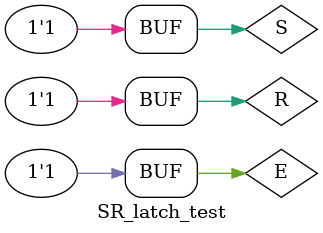
<source format=v>
`timescale 1ns / 1ps


module SR_latch_test();
    reg S;
    reg R;
    reg E;
    
    wire Q, Q_not;
    
    SR_latch uut(.S(S), .R(R), .E(E), .Q(Q), .Q_not(Q_not));
    
    initial begin
        S = 0; R = 0; E = 0; #125;
        S = 0; R = 1; E = 0; #125;
        S = 1; R = 0; E = 0; #125;
        S = 1; R = 1; E = 0; #125;
        S = 1; R = 0; E = 1; #125;
        S = 0; R = 1; E = 1; #125;
        S = 0; R = 0; E = 1; #125;
        S = 1; R = 1; E = 1; #125;                                                              
    end
endmodule

</source>
